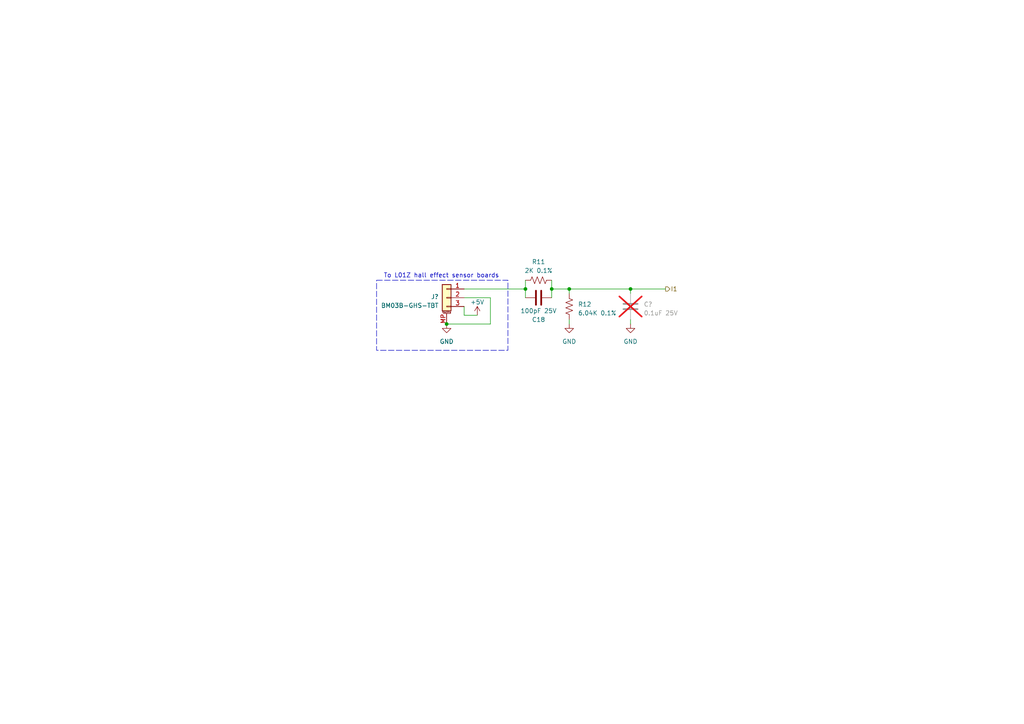
<source format=kicad_sch>
(kicad_sch (version 20230121) (generator eeschema)
  (paper "A4")
  (title_block (title "Test Stand Power Monitor") (date "2023-06-05") (rev "1.0") (comment 1 "Ed Katynski") (comment 2 "(PENDING REVIEW)"))
  (lib_symbols
    (symbol "Connector_Generic_MountingPin:Conn_01x03_MountingPin" (pin_names (offset 1.016) hide)
      (property "Reference" "J" (at 0 5.08 0))
      (property "Value" "Conn_01x03_MountingPin" (at 1.27 -5.08 0))
      (symbol "Conn_01x03_MountingPin_1_1"
        (rectangle (start -1.27 -2.413) (end 0 -2.667) (stroke (width 0.1524)))
        (rectangle (start -1.27 0.127) (end 0 -0.127) (stroke (width 0.1524)))
        (rectangle (start -1.27 2.667) (end 0 2.413) (stroke (width 0.1524)))
        (rectangle (start -1.27 3.81) (end 1.27 -3.81) (stroke (width 0.254)) (fill (type background)))
        (polyline (pts (xy -1.016 -4.572) (xy 1.016 -4.572)) (stroke (width 0.1524)))
        (text "Mounting" (at 0 -4.191 0) (effects (font (size 0.381 0.381))))
        (pin passive line (at -5.08 2.54 0) (length 3.81) (name "Pin_1") (number "1"))
        (pin passive line (at -5.08 0 0) (length 3.81) (name "Pin_2") (number "2"))
        (pin passive line (at -5.08 -2.54 0) (length 3.81) (name "Pin_3") (number "3"))
        (pin passive line (at 0 -7.62 90) (length 3.048) (name "MountPin") (number "MP"))
      )
    )
    (symbol "Device:C" (pin_numbers hide) (pin_names (offset 0.254))
      (property "Reference" "C" (at 0.635 2.54 0))
      (property "Value" "C" (at 0.635 -2.54 0))
      (symbol "C_0_1"
        (polyline (pts (xy -2.032 -0.762) (xy 2.032 -0.762)) (stroke (width 0.508)))
        (polyline (pts (xy -2.032 0.762) (xy 2.032 0.762)) (stroke (width 0.508)))
      )
      (symbol "C_1_1"
        (pin passive line (at 0 3.81 270) (length 2.794) (name "~") (number "1"))
        (pin passive line (at 0 -3.81 90) (length 2.794) (name "~") (number "2"))
      )
    )
    (symbol "Device:R_US" (pin_numbers hide) (pin_names (offset 0))
      (property "Reference" "R" (at 2.54 0 90))
      (property "Value" "R_US" (at -2.54 0 90))
      (symbol "R_US_0_1"
        (polyline (pts (xy 0 -2.286) (xy 0 -2.54)))
        (polyline (pts (xy 0 2.286) (xy 0 2.54)))
        (polyline (pts (xy 0 -0.762) (xy 1.016 -1.143) (xy 0 -1.524) (xy -1.016 -1.905) (xy 0 -2.286)))
        (polyline (pts (xy 0 0.762) (xy 1.016 0.381) (xy 0 0) (xy -1.016 -0.381) (xy 0 -0.762)))
        (polyline (pts (xy 0 2.286) (xy 1.016 1.905) (xy 0 1.524) (xy -1.016 1.143) (xy 0 0.762)))
      )
      (symbol "R_US_1_1"
        (pin passive line (at 0 3.81 270) (length 1.27) (name "~") (number "1"))
        (pin passive line (at 0 -3.81 90) (length 1.27) (name "~") (number "2"))
      )
    )
    (symbol "power:+5V" (power) (pin_names (offset 0))
      (property "Value" "+5V" (at 0 3.556 0))
      (symbol "+5V_0_1"
        (polyline (pts (xy -0.762 1.27) (xy 0 2.54)))
        (polyline (pts (xy 0 0) (xy 0 2.54)))
        (polyline (pts (xy 0 2.54) (xy 0.762 1.27)))
      )
      (symbol "+5V_1_1"
        (pin power_in line (at 0 0 90) (length 0) hide (name "+5V") (number "1"))
      )
    )
    (symbol "power:GND" (power) (pin_names (offset 0))
      (property "Value" "GND" (at 0 -3.81 0))
      (symbol "GND_0_1"
        (polyline (pts (xy 0 0) (xy 0 -1.27) (xy 1.27 -1.27) (xy 0 -2.54) (xy -1.27 -1.27) (xy 0 -1.27)))
      )
      (symbol "GND_1_1"
        (pin power_in line (at 0 0 270) (length 0) hide (name "GND") (number "1"))
      )
    )
  )
  (junction (at 165.1 83.82))
  (junction (at 152.4 83.82))
  (junction (at 129.54 93.98))
  (junction (at 160.02 83.82))
  (junction (at 182.88 83.82))
  (wire (pts (xy 165.1 83.82) (xy 182.88 83.82)))
  (wire (pts (xy 182.88 83.82) (xy 193.04 83.82)))
  (wire (pts (xy 152.4 81.28) (xy 152.4 83.82)))
  (wire (pts (xy 182.88 93.98) (xy 182.88 92.71)))
  (wire (pts (xy 138.43 91.44) (xy 134.62 91.44)))
  (wire (pts (xy 142.24 93.98) (xy 129.54 93.98)))
  (wire (pts (xy 182.88 83.82) (xy 182.88 85.09)))
  (wire (pts (xy 134.62 83.82) (xy 152.4 83.82)))
  (wire (pts (xy 160.02 83.82) (xy 160.02 86.36)))
  (wire (pts (xy 142.24 86.36) (xy 142.24 93.98)))
  (wire (pts (xy 134.62 91.44) (xy 134.62 88.9)))
  (wire (pts (xy 160.02 81.28) (xy 160.02 83.82)))
  (wire (pts (xy 165.1 83.82) (xy 160.02 83.82)))
  (wire (pts (xy 165.1 85.09) (xy 165.1 83.82)))
  (wire (pts (xy 165.1 93.98) (xy 165.1 92.71)))
  (wire (pts (xy 152.4 83.82) (xy 152.4 86.36)))
  (wire (pts (xy 134.62 86.36) (xy 142.24 86.36)))
  (rectangle (start 109.22 81.28) (end 147.32 101.6) (stroke (width 0) (type dash)))
  (text "To L01Z hall effect sensor boards" (at 144.78 80.772 0) (effects (font (size 1.27 1.27)) (justify right bottom)))
  (hierarchical_label "I1" (shape output) (at 193.04 83.82 0))
  (symbol (lib_id "Connector_Generic_MountingPin:Conn_01x03_MountingPin") (at 129.54 86.36 0) (mirror y) (unit 1)
    (property "Reference" "J?" (at 127.254 86.0806 0) (effects (justify left)))
    (property "Value" "BM03B-GHS-TBT" (at 127.254 88.6206 0) (effects (justify left)))
    (property "Footprint" "Connector_JST:JST_GH_BM03B-GHS-TBT_1x03-1MP_P1.25mm_Vertical" (effects hide))
    (property "Datasheet" "https://www.jst-mfg.com/product/pdf/eng/eGH.pdf" (effects hide))
    (instances (project "Test-Stand-Power-Monitor" (path "" (reference "J?") (unit 1)) (path "" (reference "J9") (unit 1))))
  )
  (symbol (lib_id "power:GND") (at 165.1 93.98 0) (mirror y) (unit 1)
    (property "Reference" "#PWR?" (effects hide))
    (property "Value" "GND" (at 165.1 99.06 0))
    (instances (project "Test-Stand-Power-Monitor" (path "" (reference "#PWR?") (unit 1)) (path "" (reference "#PWR073") (unit 1))))
  )
  (symbol (lib_id "Device:C") (at 182.88 88.9 0) (unit 1) (dnp yes)
    (property "Reference" "C?" (at 186.69 88.265 0) (effects (justify left)))
    (property "Value" "0.1uF 25V" (at 186.69 90.805 0) (effects (justify left)))
    (property "Footprint" "Capacitor_SMD:C_0402_1005Metric_Pad0.74x0.62mm_HandSolder" (effects hide))
    (instances (project "Test-Stand-Power-Monitor" (path "" (reference "C?") (unit 1)) (path "" (reference "C19") (unit 1))))
  )
  (symbol (lib_id "power:GND") (at 129.54 93.98 0) (mirror y) (unit 1)
    (property "Reference" "#PWR?" (effects hide))
    (property "Value" "GND" (at 129.54 99.06 0))
    (instances (project "Test-Stand-Power-Monitor" (path "" (reference "#PWR?") (unit 1)) (path "" (reference "#PWR053") (unit 1))))
  )
  (symbol (lib_id "Device:R_US") (at 165.1 88.9 0) (unit 1)
    (property "Reference" "R12" (at 167.64 88.265 0) (effects (justify left)))
    (property "Value" "6.04K 0.1%" (at 167.64 90.805 0) (effects (justify left)))
    (property "Footprint" "Resistor_SMD:R_0402_1005Metric_Pad0.72x0.64mm_HandSolder" (effects hide))
  )
  (symbol (lib_id "power:+5V") (at 138.43 91.44 0) (unit 1)
    (property "Reference" "#PWR054" (effects hide))
    (property "Value" "+5V" (at 138.43 87.63 0))
  )
  (symbol (lib_id "Device:C") (at 156.21 86.36 90) (unit 1)
    (property "Reference" "C18" (at 156.21 92.71 90))
    (property "Value" "100pF 25V" (at 156.21 90.17 90))
    (property "Footprint" "Capacitor_SMD:C_0402_1005Metric_Pad0.74x0.62mm_HandSolder" (effects hide))
  )
  (symbol (lib_id "Device:R_US") (at 156.21 81.28 90) (unit 1)
    (property "Reference" "R11" (at 156.21 75.946 90))
    (property "Value" "2K 0.1%" (at 156.21 78.486 90))
    (property "Footprint" "Resistor_SMD:R_0402_1005Metric_Pad0.72x0.64mm_HandSolder" (effects hide))
  )
  (symbol (lib_id "power:GND") (at 182.88 93.98 0) (unit 1)
    (property "Reference" "#PWR?" (effects hide))
    (property "Value" "GND" (at 182.88 99.06 0))
    (instances (project "Test-Stand-Power-Monitor" (path "" (reference "#PWR?") (unit 1)) (path "" (reference "#PWR074") (unit 1))))
  )
)
</source>
